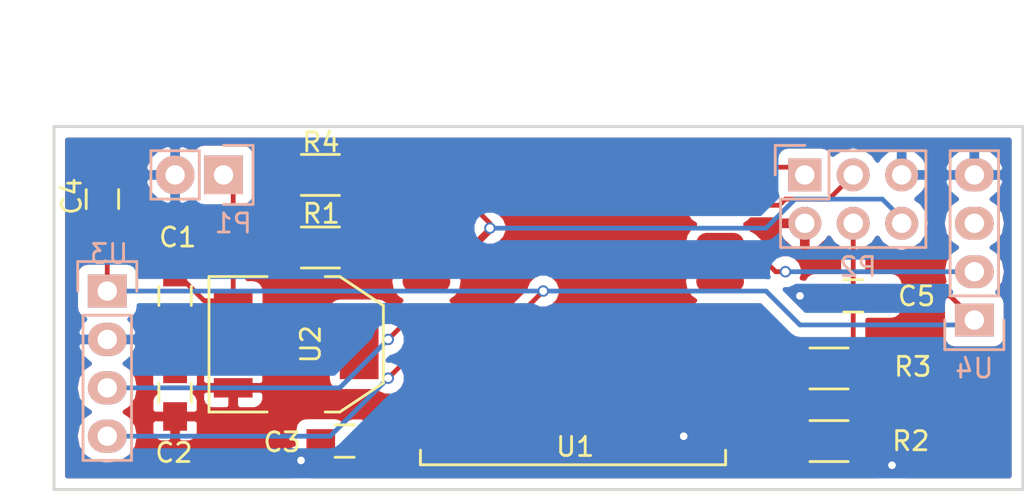
<source format=kicad_pcb>
(kicad_pcb (version 4) (host pcbnew "(2015-09-17 BZR 6202)-product")

  (general
    (links 36)
    (no_connects 2)
    (area 125.289 65.548599 179.162143 92.175)
    (thickness 1.6)
    (drawings 4)
    (tracks 85)
    (zones 0)
    (modules 15)
    (nets 18)
  )

  (page A4)
  (layers
    (0 F.Cu mixed)
    (31 B.Cu mixed)
    (32 B.Adhes user)
    (33 F.Adhes user)
    (34 B.Paste user)
    (35 F.Paste user)
    (36 B.SilkS user)
    (37 F.SilkS user)
    (38 B.Mask user)
    (39 F.Mask user)
    (40 Dwgs.User user)
    (41 Cmts.User user)
    (42 Eco1.User user)
    (43 Eco2.User user)
    (44 Edge.Cuts user)
    (45 Margin user)
    (46 B.CrtYd user)
    (47 F.CrtYd user)
    (48 B.Fab user)
    (49 F.Fab user)
  )

  (setup
    (last_trace_width 0.25)
    (trace_clearance 0.2)
    (zone_clearance 0.508)
    (zone_45_only no)
    (trace_min 0.2)
    (segment_width 0.2)
    (edge_width 0.15)
    (via_size 0.6)
    (via_drill 0.4)
    (via_min_size 0.4)
    (via_min_drill 0.3)
    (uvia_size 0.3)
    (uvia_drill 0.1)
    (uvias_allowed no)
    (uvia_min_size 0.2)
    (uvia_min_drill 0.1)
    (pcb_text_width 0.3)
    (pcb_text_size 1.5 1.5)
    (mod_edge_width 0.15)
    (mod_text_size 1 1)
    (mod_text_width 0.15)
    (pad_size 1.524 1.524)
    (pad_drill 0.762)
    (pad_to_mask_clearance 0.2)
    (aux_axis_origin 0 0)
    (visible_elements FFFEFF7F)
    (pcbplotparams
      (layerselection 0x010f0_80000001)
      (usegerberextensions true)
      (excludeedgelayer true)
      (linewidth 0.100000)
      (plotframeref false)
      (viasonmask false)
      (mode 1)
      (useauxorigin false)
      (hpglpennumber 1)
      (hpglpenspeed 20)
      (hpglpendiameter 15)
      (hpglpenoverlay 2)
      (psnegative false)
      (psa4output false)
      (plotreference true)
      (plotvalue false)
      (plotinvisibletext false)
      (padsonsilk false)
      (subtractmaskfromsilk false)
      (outputformat 1)
      (mirror false)
      (drillshape 0)
      (scaleselection 1)
      (outputdirectory ../../../Users/amiller/Documents/KiCad/sensor_gerber/))
  )

  (net 0 "")
  (net 1 +6V)
  (net 2 GND)
  (net 3 +3V3)
  (net 4 +3.3VP)
  (net 5 TXD)
  (net 6 RXD)
  (net 7 GPIO0)
  (net 8 GPIO16)
  (net 9 CH_PD)
  (net 10 GPIO15)
  (net 11 "Net-(U1-Pad2)")
  (net 12 GPIO14)
  (net 13 GPIO12)
  (net 14 "Net-(U1-Pad11)")
  (net 15 "Net-(U1-Pad13)")
  (net 16 GPIO4)
  (net 17 "Net-(U4-Pad3)")

  (net_class Default "This is the default net class."
    (clearance 0.2)
    (trace_width 0.25)
    (via_dia 0.6)
    (via_drill 0.4)
    (uvia_dia 0.3)
    (uvia_drill 0.1)
    (add_net +3.3VP)
    (add_net +3V3)
    (add_net +6V)
    (add_net CH_PD)
    (add_net GND)
    (add_net GPIO0)
    (add_net GPIO12)
    (add_net GPIO14)
    (add_net GPIO15)
    (add_net GPIO16)
    (add_net GPIO4)
    (add_net "Net-(U1-Pad11)")
    (add_net "Net-(U1-Pad13)")
    (add_net "Net-(U1-Pad2)")
    (add_net "Net-(U4-Pad3)")
    (add_net RXD)
    (add_net TXD)
  )

  (module Capacitors_SMD:C_0805_HandSoldering locked (layer F.Cu) (tedit 55FF242C) (tstamp 55FF1E18)
    (at 134.62 81.28 270)
    (descr "Capacitor SMD 0805, hand soldering")
    (tags "capacitor 0805")
    (path /55FE3A69)
    (attr smd)
    (fp_text reference C1 (at -3.0734 -0.13462 360) (layer F.SilkS)
      (effects (font (size 1 1) (thickness 0.15)))
    )
    (fp_text value 10uf (at 0 2.1 270) (layer F.Fab)
      (effects (font (size 1 1) (thickness 0.15)))
    )
    (fp_line (start -2.3 -1) (end 2.3 -1) (layer F.CrtYd) (width 0.05))
    (fp_line (start -2.3 1) (end 2.3 1) (layer F.CrtYd) (width 0.05))
    (fp_line (start -2.3 -1) (end -2.3 1) (layer F.CrtYd) (width 0.05))
    (fp_line (start 2.3 -1) (end 2.3 1) (layer F.CrtYd) (width 0.05))
    (fp_line (start 0.5 -0.85) (end -0.5 -0.85) (layer F.SilkS) (width 0.15))
    (fp_line (start -0.5 0.85) (end 0.5 0.85) (layer F.SilkS) (width 0.15))
    (pad 1 smd rect (at -1.25 0 270) (size 1.5 1.25) (layers F.Cu F.Paste F.Mask)
      (net 1 +6V))
    (pad 2 smd rect (at 1.25 0 270) (size 1.5 1.25) (layers F.Cu F.Paste F.Mask)
      (net 2 GND))
    (model Capacitors_SMD.3dshapes/C_0805_HandSoldering.wrl
      (at (xyz 0 0 0))
      (scale (xyz 1 1 1))
      (rotate (xyz 0 0 0))
    )
  )

  (module Capacitors_SMD:C_0805_HandSoldering locked (layer F.Cu) (tedit 55FF2433) (tstamp 55FF1E24)
    (at 134.62 86.36 90)
    (descr "Capacitor SMD 0805, hand soldering")
    (tags "capacitor 0805")
    (path /55FE3A0A)
    (attr smd)
    (fp_text reference C2 (at -3.15722 -0.0635 180) (layer F.SilkS)
      (effects (font (size 1 1) (thickness 0.15)))
    )
    (fp_text value 10uf (at 0 2.1 90) (layer F.Fab)
      (effects (font (size 1 1) (thickness 0.15)))
    )
    (fp_line (start -2.3 -1) (end 2.3 -1) (layer F.CrtYd) (width 0.05))
    (fp_line (start -2.3 1) (end 2.3 1) (layer F.CrtYd) (width 0.05))
    (fp_line (start -2.3 -1) (end -2.3 1) (layer F.CrtYd) (width 0.05))
    (fp_line (start 2.3 -1) (end 2.3 1) (layer F.CrtYd) (width 0.05))
    (fp_line (start 0.5 -0.85) (end -0.5 -0.85) (layer F.SilkS) (width 0.15))
    (fp_line (start -0.5 0.85) (end 0.5 0.85) (layer F.SilkS) (width 0.15))
    (pad 1 smd rect (at -1.25 0 90) (size 1.5 1.25) (layers F.Cu F.Paste F.Mask)
      (net 3 +3V3))
    (pad 2 smd rect (at 1.25 0 90) (size 1.5 1.25) (layers F.Cu F.Paste F.Mask)
      (net 2 GND))
    (model Capacitors_SMD.3dshapes/C_0805_HandSoldering.wrl
      (at (xyz 0 0 0))
      (scale (xyz 1 1 1))
      (rotate (xyz 0 0 0))
    )
  )

  (module Capacitors_SMD:C_0805_HandSoldering locked (layer F.Cu) (tedit 55FF2456) (tstamp 55FF1E30)
    (at 143.51 88.9 180)
    (descr "Capacitor SMD 0805, hand soldering")
    (tags "capacitor 0805")
    (path /55FE3B7D)
    (attr smd)
    (fp_text reference C3 (at 3.27914 -0.05842 180) (layer F.SilkS)
      (effects (font (size 1 1) (thickness 0.15)))
    )
    (fp_text value 100nf (at 0 2.1 180) (layer F.Fab)
      (effects (font (size 1 1) (thickness 0.15)))
    )
    (fp_line (start -2.3 -1) (end 2.3 -1) (layer F.CrtYd) (width 0.05))
    (fp_line (start -2.3 1) (end 2.3 1) (layer F.CrtYd) (width 0.05))
    (fp_line (start -2.3 -1) (end -2.3 1) (layer F.CrtYd) (width 0.05))
    (fp_line (start 2.3 -1) (end 2.3 1) (layer F.CrtYd) (width 0.05))
    (fp_line (start 0.5 -0.85) (end -0.5 -0.85) (layer F.SilkS) (width 0.15))
    (fp_line (start -0.5 0.85) (end 0.5 0.85) (layer F.SilkS) (width 0.15))
    (pad 1 smd rect (at -1.25 0 180) (size 1.5 1.25) (layers F.Cu F.Paste F.Mask)
      (net 3 +3V3))
    (pad 2 smd rect (at 1.25 0 180) (size 1.5 1.25) (layers F.Cu F.Paste F.Mask)
      (net 2 GND))
    (model Capacitors_SMD.3dshapes/C_0805_HandSoldering.wrl
      (at (xyz 0 0 0))
      (scale (xyz 1 1 1))
      (rotate (xyz 0 0 0))
    )
  )

  (module Capacitors_SMD:C_0805_HandSoldering locked (layer F.Cu) (tedit 55FF2440) (tstamp 55FF1E3C)
    (at 130.81 76.2 270)
    (descr "Capacitor SMD 0805, hand soldering")
    (tags "capacitor 0805")
    (path /55FE50AD)
    (attr smd)
    (fp_text reference C4 (at -0.14986 1.61036 270) (layer F.SilkS)
      (effects (font (size 1 1) (thickness 0.15)))
    )
    (fp_text value 100nf (at 0 2.1 270) (layer F.Fab)
      (effects (font (size 1 1) (thickness 0.15)))
    )
    (fp_line (start -2.3 -1) (end 2.3 -1) (layer F.CrtYd) (width 0.05))
    (fp_line (start -2.3 1) (end 2.3 1) (layer F.CrtYd) (width 0.05))
    (fp_line (start -2.3 -1) (end -2.3 1) (layer F.CrtYd) (width 0.05))
    (fp_line (start 2.3 -1) (end 2.3 1) (layer F.CrtYd) (width 0.05))
    (fp_line (start 0.5 -0.85) (end -0.5 -0.85) (layer F.SilkS) (width 0.15))
    (fp_line (start -0.5 0.85) (end 0.5 0.85) (layer F.SilkS) (width 0.15))
    (pad 1 smd rect (at -1.25 0 270) (size 1.5 1.25) (layers F.Cu F.Paste F.Mask)
      (net 2 GND))
    (pad 2 smd rect (at 1.25 0 270) (size 1.5 1.25) (layers F.Cu F.Paste F.Mask)
      (net 4 +3.3VP))
    (model Capacitors_SMD.3dshapes/C_0805_HandSoldering.wrl
      (at (xyz 0 0 0))
      (scale (xyz 1 1 1))
      (rotate (xyz 0 0 0))
    )
  )

  (module Capacitors_SMD:C_0805_HandSoldering locked (layer F.Cu) (tedit 55FF29B9) (tstamp 55FF1E48)
    (at 170.18 81.28)
    (descr "Capacitor SMD 0805, hand soldering")
    (tags "capacitor 0805")
    (path /55FE54B3)
    (attr smd)
    (fp_text reference C5 (at 3.32 0.02) (layer F.SilkS)
      (effects (font (size 1 1) (thickness 0.15)))
    )
    (fp_text value 100nf (at 0 2.1) (layer F.Fab)
      (effects (font (size 1 1) (thickness 0.15)))
    )
    (fp_line (start -2.3 -1) (end 2.3 -1) (layer F.CrtYd) (width 0.05))
    (fp_line (start -2.3 1) (end 2.3 1) (layer F.CrtYd) (width 0.05))
    (fp_line (start -2.3 -1) (end -2.3 1) (layer F.CrtYd) (width 0.05))
    (fp_line (start 2.3 -1) (end 2.3 1) (layer F.CrtYd) (width 0.05))
    (fp_line (start 0.5 -0.85) (end -0.5 -0.85) (layer F.SilkS) (width 0.15))
    (fp_line (start -0.5 0.85) (end 0.5 0.85) (layer F.SilkS) (width 0.15))
    (pad 1 smd rect (at -1.25 0) (size 1.5 1.25) (layers F.Cu F.Paste F.Mask)
      (net 2 GND))
    (pad 2 smd rect (at 1.25 0) (size 1.5 1.25) (layers F.Cu F.Paste F.Mask)
      (net 4 +3.3VP))
    (model Capacitors_SMD.3dshapes/C_0805_HandSoldering.wrl
      (at (xyz 0 0 0))
      (scale (xyz 1 1 1))
      (rotate (xyz 0 0 0))
    )
  )

  (module Pin_Headers:Pin_Header_Straight_1x02 (layer B.Cu) (tedit 55FF3474) (tstamp 55FF1E59)
    (at 137.16 74.93 90)
    (descr "Through hole pin header")
    (tags "pin header")
    (path /55FE3681)
    (fp_text reference P1 (at -2.54 0.508 360) (layer B.SilkS)
      (effects (font (size 1 1) (thickness 0.15)) (justify mirror))
    )
    (fp_text value PWR (at 0 3.1 90) (layer B.Fab)
      (effects (font (size 1 1) (thickness 0.15)) (justify mirror))
    )
    (fp_line (start 1.27 -1.27) (end 1.27 -3.81) (layer B.SilkS) (width 0.15))
    (fp_line (start 1.55 1.55) (end 1.55 0) (layer B.SilkS) (width 0.15))
    (fp_line (start -1.75 1.75) (end -1.75 -4.3) (layer B.CrtYd) (width 0.05))
    (fp_line (start 1.75 1.75) (end 1.75 -4.3) (layer B.CrtYd) (width 0.05))
    (fp_line (start -1.75 1.75) (end 1.75 1.75) (layer B.CrtYd) (width 0.05))
    (fp_line (start -1.75 -4.3) (end 1.75 -4.3) (layer B.CrtYd) (width 0.05))
    (fp_line (start 1.27 -1.27) (end -1.27 -1.27) (layer B.SilkS) (width 0.15))
    (fp_line (start -1.55 0) (end -1.55 1.55) (layer B.SilkS) (width 0.15))
    (fp_line (start -1.55 1.55) (end 1.55 1.55) (layer B.SilkS) (width 0.15))
    (fp_line (start -1.27 -1.27) (end -1.27 -3.81) (layer B.SilkS) (width 0.15))
    (fp_line (start -1.27 -3.81) (end 1.27 -3.81) (layer B.SilkS) (width 0.15))
    (pad 1 thru_hole rect (at 0 0 90) (size 2.032 2.032) (drill 1.016) (layers *.Cu *.Mask B.SilkS)
      (net 1 +6V))
    (pad 2 thru_hole oval (at 0 -2.54 90) (size 2.032 2.032) (drill 1.016) (layers *.Cu *.Mask B.SilkS)
      (net 2 GND))
    (model Pin_Headers.3dshapes/Pin_Header_Straight_1x02.wrl
      (at (xyz 0 -0.05 0))
      (scale (xyz 1 1 1))
      (rotate (xyz 0 0 90))
    )
  )

  (module Pin_Headers:Pin_Header_Straight_2x03 (layer B.Cu) (tedit 55FF34B0) (tstamp 55FF1E70)
    (at 167.64 74.93 270)
    (descr "Through hole pin header")
    (tags "pin header")
    (path /55FF1B5B)
    (fp_text reference P2 (at 4.826 -2.794 540) (layer B.SilkS)
      (effects (font (size 1 1) (thickness 0.15)) (justify mirror))
    )
    (fp_text value PROG (at 0 3.1 270) (layer B.Fab)
      (effects (font (size 1 1) (thickness 0.15)) (justify mirror))
    )
    (fp_line (start -1.27 -1.27) (end -1.27 -6.35) (layer B.SilkS) (width 0.15))
    (fp_line (start -1.55 1.55) (end 0 1.55) (layer B.SilkS) (width 0.15))
    (fp_line (start -1.75 1.75) (end -1.75 -6.85) (layer B.CrtYd) (width 0.05))
    (fp_line (start 4.3 1.75) (end 4.3 -6.85) (layer B.CrtYd) (width 0.05))
    (fp_line (start -1.75 1.75) (end 4.3 1.75) (layer B.CrtYd) (width 0.05))
    (fp_line (start -1.75 -6.85) (end 4.3 -6.85) (layer B.CrtYd) (width 0.05))
    (fp_line (start 1.27 1.27) (end 1.27 -1.27) (layer B.SilkS) (width 0.15))
    (fp_line (start 1.27 -1.27) (end -1.27 -1.27) (layer B.SilkS) (width 0.15))
    (fp_line (start -1.27 -6.35) (end 3.81 -6.35) (layer B.SilkS) (width 0.15))
    (fp_line (start 3.81 -6.35) (end 3.81 -1.27) (layer B.SilkS) (width 0.15))
    (fp_line (start -1.55 1.55) (end -1.55 0) (layer B.SilkS) (width 0.15))
    (fp_line (start 3.81 1.27) (end 1.27 1.27) (layer B.SilkS) (width 0.15))
    (fp_line (start 3.81 -1.27) (end 3.81 1.27) (layer B.SilkS) (width 0.15))
    (pad 1 thru_hole rect (at 0 0 270) (size 1.7272 1.7272) (drill 1.016) (layers *.Cu *.Mask B.SilkS)
      (net 5 TXD))
    (pad 2 thru_hole oval (at 2.54 0 270) (size 1.7272 1.7272) (drill 1.016) (layers *.Cu *.Mask B.SilkS)
      (net 3 +3V3))
    (pad 3 thru_hole oval (at 0 -2.54 270) (size 1.7272 1.7272) (drill 1.016) (layers *.Cu *.Mask B.SilkS)
      (net 6 RXD))
    (pad 4 thru_hole oval (at 2.54 -2.54 270) (size 1.7272 1.7272) (drill 1.016) (layers *.Cu *.Mask B.SilkS)
      (net 7 GPIO0))
    (pad 5 thru_hole oval (at 0 -5.08 270) (size 1.7272 1.7272) (drill 1.016) (layers *.Cu *.Mask B.SilkS)
      (net 2 GND))
    (pad 6 thru_hole oval (at 2.54 -5.08 270) (size 1.7272 1.7272) (drill 1.016) (layers *.Cu *.Mask B.SilkS)
      (net 8 GPIO16))
    (model Pin_Headers.3dshapes/Pin_Header_Straight_2x03.wrl
      (at (xyz 0.05 -0.1 0))
      (scale (xyz 1 1 1))
      (rotate (xyz 0 0 90))
    )
  )

  (module Resistors_SMD:R_1206_HandSoldering locked (layer F.Cu) (tedit 55FF2417) (tstamp 55FF1E7C)
    (at 142.24 78.74)
    (descr "Resistor SMD 1206, hand soldering")
    (tags "resistor 1206")
    (path /55FE5653)
    (attr smd)
    (fp_text reference R1 (at 0.04064 -1.778) (layer F.SilkS)
      (effects (font (size 1 1) (thickness 0.15)))
    )
    (fp_text value 10k (at 0 2.3) (layer F.Fab)
      (effects (font (size 1 1) (thickness 0.15)))
    )
    (fp_line (start -3.3 -1.2) (end 3.3 -1.2) (layer F.CrtYd) (width 0.05))
    (fp_line (start -3.3 1.2) (end 3.3 1.2) (layer F.CrtYd) (width 0.05))
    (fp_line (start -3.3 -1.2) (end -3.3 1.2) (layer F.CrtYd) (width 0.05))
    (fp_line (start 3.3 -1.2) (end 3.3 1.2) (layer F.CrtYd) (width 0.05))
    (fp_line (start 1 1.075) (end -1 1.075) (layer F.SilkS) (width 0.15))
    (fp_line (start -1 -1.075) (end 1 -1.075) (layer F.SilkS) (width 0.15))
    (pad 1 smd rect (at -2 0) (size 2 1.7) (layers F.Cu F.Paste F.Mask)
      (net 3 +3V3))
    (pad 2 smd rect (at 2 0) (size 2 1.7) (layers F.Cu F.Paste F.Mask)
      (net 9 CH_PD))
    (model Resistors_SMD.3dshapes/R_1206_HandSoldering.wrl
      (at (xyz 0 0 0))
      (scale (xyz 1 1 1))
      (rotate (xyz 0 0 0))
    )
  )

  (module Resistors_SMD:R_1206_HandSoldering locked (layer F.Cu) (tedit 55FF29C3) (tstamp 55FF1E88)
    (at 168.91 88.9)
    (descr "Resistor SMD 1206, hand soldering")
    (tags "resistor 1206")
    (path /55FE59B4)
    (attr smd)
    (fp_text reference R2 (at 4.29 0) (layer F.SilkS)
      (effects (font (size 1 1) (thickness 0.15)))
    )
    (fp_text value 10k (at 0 2.3) (layer F.Fab)
      (effects (font (size 1 1) (thickness 0.15)))
    )
    (fp_line (start -3.3 -1.2) (end 3.3 -1.2) (layer F.CrtYd) (width 0.05))
    (fp_line (start -3.3 1.2) (end 3.3 1.2) (layer F.CrtYd) (width 0.05))
    (fp_line (start -3.3 -1.2) (end -3.3 1.2) (layer F.CrtYd) (width 0.05))
    (fp_line (start 3.3 -1.2) (end 3.3 1.2) (layer F.CrtYd) (width 0.05))
    (fp_line (start 1 1.075) (end -1 1.075) (layer F.SilkS) (width 0.15))
    (fp_line (start -1 -1.075) (end 1 -1.075) (layer F.SilkS) (width 0.15))
    (pad 1 smd rect (at -2 0) (size 2 1.7) (layers F.Cu F.Paste F.Mask)
      (net 10 GPIO15))
    (pad 2 smd rect (at 2 0) (size 2 1.7) (layers F.Cu F.Paste F.Mask)
      (net 2 GND))
    (model Resistors_SMD.3dshapes/R_1206_HandSoldering.wrl
      (at (xyz 0 0 0))
      (scale (xyz 1 1 1))
      (rotate (xyz 0 0 0))
    )
  )

  (module Resistors_SMD:R_1206_HandSoldering locked (layer F.Cu) (tedit 55FF29BE) (tstamp 55FF1E94)
    (at 168.91 85.09)
    (descr "Resistor SMD 1206, hand soldering")
    (tags "resistor 1206")
    (path /55FF22B8)
    (attr smd)
    (fp_text reference R3 (at 4.39 -0.09) (layer F.SilkS)
      (effects (font (size 1 1) (thickness 0.15)))
    )
    (fp_text value 10k (at 0 2.3) (layer F.Fab)
      (effects (font (size 1 1) (thickness 0.15)))
    )
    (fp_line (start -3.3 -1.2) (end 3.3 -1.2) (layer F.CrtYd) (width 0.05))
    (fp_line (start -3.3 1.2) (end 3.3 1.2) (layer F.CrtYd) (width 0.05))
    (fp_line (start -3.3 -1.2) (end -3.3 1.2) (layer F.CrtYd) (width 0.05))
    (fp_line (start 3.3 -1.2) (end 3.3 1.2) (layer F.CrtYd) (width 0.05))
    (fp_line (start 1 1.075) (end -1 1.075) (layer F.SilkS) (width 0.15))
    (fp_line (start -1 -1.075) (end 1 -1.075) (layer F.SilkS) (width 0.15))
    (pad 1 smd rect (at -2 0) (size 2 1.7) (layers F.Cu F.Paste F.Mask)
      (net 3 +3V3))
    (pad 2 smd rect (at 2 0) (size 2 1.7) (layers F.Cu F.Paste F.Mask)
      (net 7 GPIO0))
    (model Resistors_SMD.3dshapes/R_1206_HandSoldering.wrl
      (at (xyz 0 0 0))
      (scale (xyz 1 1 1))
      (rotate (xyz 0 0 0))
    )
  )

  (module Resistors_SMD:R_1206_HandSoldering locked (layer F.Cu) (tedit 55FF240A) (tstamp 55FF1EA0)
    (at 142.24 74.93)
    (descr "Resistor SMD 1206, hand soldering")
    (tags "resistor 1206")
    (path /55FF23C6)
    (attr smd)
    (fp_text reference R4 (at 0.0254 -1.71704) (layer F.SilkS)
      (effects (font (size 1 1) (thickness 0.15)))
    )
    (fp_text value 10k (at 0 2.3) (layer F.Fab)
      (effects (font (size 1 1) (thickness 0.15)))
    )
    (fp_line (start -3.3 -1.2) (end 3.3 -1.2) (layer F.CrtYd) (width 0.05))
    (fp_line (start -3.3 1.2) (end 3.3 1.2) (layer F.CrtYd) (width 0.05))
    (fp_line (start -3.3 -1.2) (end -3.3 1.2) (layer F.CrtYd) (width 0.05))
    (fp_line (start 3.3 -1.2) (end 3.3 1.2) (layer F.CrtYd) (width 0.05))
    (fp_line (start 1 1.075) (end -1 1.075) (layer F.SilkS) (width 0.15))
    (fp_line (start -1 -1.075) (end 1 -1.075) (layer F.SilkS) (width 0.15))
    (pad 1 smd rect (at -2 0) (size 2 1.7) (layers F.Cu F.Paste F.Mask)
      (net 3 +3V3))
    (pad 2 smd rect (at 2 0) (size 2 1.7) (layers F.Cu F.Paste F.Mask)
      (net 8 GPIO16))
    (model Resistors_SMD.3dshapes/R_1206_HandSoldering.wrl
      (at (xyz 0 0 0))
      (scale (xyz 1 1 1))
      (rotate (xyz 0 0 0))
    )
  )

  (module TO_SOT_Packages_SMD:SOT-223 locked (layer F.Cu) (tedit 0) (tstamp 55FF1ED0)
    (at 140.97 83.82 270)
    (descr "module CMS SOT223 4 pins")
    (tags "CMS SOT")
    (path /55FF1E2D)
    (attr smd)
    (fp_text reference U2 (at 0 -0.762 270) (layer F.SilkS)
      (effects (font (size 1 1) (thickness 0.15)))
    )
    (fp_text value TC1262 (at 0 0.762 270) (layer F.Fab)
      (effects (font (size 1 1) (thickness 0.15)))
    )
    (fp_line (start -3.556 1.524) (end -3.556 4.572) (layer F.SilkS) (width 0.15))
    (fp_line (start -3.556 4.572) (end 3.556 4.572) (layer F.SilkS) (width 0.15))
    (fp_line (start 3.556 4.572) (end 3.556 1.524) (layer F.SilkS) (width 0.15))
    (fp_line (start -3.556 -1.524) (end -3.556 -2.286) (layer F.SilkS) (width 0.15))
    (fp_line (start -3.556 -2.286) (end -2.032 -4.572) (layer F.SilkS) (width 0.15))
    (fp_line (start -2.032 -4.572) (end 2.032 -4.572) (layer F.SilkS) (width 0.15))
    (fp_line (start 2.032 -4.572) (end 3.556 -2.286) (layer F.SilkS) (width 0.15))
    (fp_line (start 3.556 -2.286) (end 3.556 -1.524) (layer F.SilkS) (width 0.15))
    (pad 4 smd rect (at 0 -3.302 270) (size 3.6576 2.032) (layers F.Cu F.Paste F.Mask))
    (pad 2 smd rect (at 0 3.302 270) (size 1.016 2.032) (layers F.Cu F.Paste F.Mask)
      (net 2 GND))
    (pad 3 smd rect (at 2.286 3.302 270) (size 1.016 2.032) (layers F.Cu F.Paste F.Mask)
      (net 3 +3V3))
    (pad 1 smd rect (at -2.286 3.302 270) (size 1.016 2.032) (layers F.Cu F.Paste F.Mask)
      (net 1 +6V))
    (model TO_SOT_Packages_SMD.3dshapes/SOT-223.wrl
      (at (xyz 0 0 0))
      (scale (xyz 0.4 0.4 0.4))
      (rotate (xyz 0 0 0))
    )
  )

  (module Pin_Headers:Pin_Header_Straight_1x04 (layer B.Cu) (tedit 55FF2451) (tstamp 55FF1EE3)
    (at 131.064 81.026 180)
    (descr "Through hole pin header")
    (tags "pin header")
    (path /55FE4C5C)
    (fp_text reference U3 (at -0.09144 1.95326 360) (layer B.SilkS)
      (effects (font (size 1 1) (thickness 0.15)) (justify mirror))
    )
    (fp_text value BMP180_board (at 0 3.1 180) (layer B.Fab)
      (effects (font (size 1 1) (thickness 0.15)) (justify mirror))
    )
    (fp_line (start -1.75 1.75) (end -1.75 -9.4) (layer B.CrtYd) (width 0.05))
    (fp_line (start 1.75 1.75) (end 1.75 -9.4) (layer B.CrtYd) (width 0.05))
    (fp_line (start -1.75 1.75) (end 1.75 1.75) (layer B.CrtYd) (width 0.05))
    (fp_line (start -1.75 -9.4) (end 1.75 -9.4) (layer B.CrtYd) (width 0.05))
    (fp_line (start -1.27 -1.27) (end -1.27 -8.89) (layer B.SilkS) (width 0.15))
    (fp_line (start 1.27 -1.27) (end 1.27 -8.89) (layer B.SilkS) (width 0.15))
    (fp_line (start 1.55 1.55) (end 1.55 0) (layer B.SilkS) (width 0.15))
    (fp_line (start -1.27 -8.89) (end 1.27 -8.89) (layer B.SilkS) (width 0.15))
    (fp_line (start 1.27 -1.27) (end -1.27 -1.27) (layer B.SilkS) (width 0.15))
    (fp_line (start -1.55 0) (end -1.55 1.55) (layer B.SilkS) (width 0.15))
    (fp_line (start -1.55 1.55) (end 1.55 1.55) (layer B.SilkS) (width 0.15))
    (pad 1 thru_hole rect (at 0 0 180) (size 2.032 1.7272) (drill 1.016) (layers *.Cu *.Mask B.SilkS)
      (net 4 +3.3VP))
    (pad 2 thru_hole oval (at 0 -2.54 180) (size 2.032 1.7272) (drill 1.016) (layers *.Cu *.Mask B.SilkS)
      (net 2 GND))
    (pad 3 thru_hole oval (at 0 -5.08 180) (size 2.032 1.7272) (drill 1.016) (layers *.Cu *.Mask B.SilkS)
      (net 12 GPIO14))
    (pad 4 thru_hole oval (at 0 -7.62 180) (size 2.032 1.7272) (drill 1.016) (layers *.Cu *.Mask B.SilkS)
      (net 13 GPIO12))
    (model Pin_Headers.3dshapes/Pin_Header_Straight_1x04.wrl
      (at (xyz 0 -0.15 0))
      (scale (xyz 1 1 1))
      (rotate (xyz 0 0 90))
    )
  )

  (module Pin_Headers:Pin_Header_Straight_1x04 (layer B.Cu) (tedit 55FF34EF) (tstamp 55FF1EF6)
    (at 176.53 82.55)
    (descr "Through hole pin header")
    (tags "pin header")
    (path /55FE53E5)
    (fp_text reference U4 (at 0 2.54) (layer B.SilkS)
      (effects (font (size 1 1) (thickness 0.15)) (justify mirror))
    )
    (fp_text value DHT22 (at 0 3.1) (layer B.Fab)
      (effects (font (size 1 1) (thickness 0.15)) (justify mirror))
    )
    (fp_line (start -1.75 1.75) (end -1.75 -9.4) (layer B.CrtYd) (width 0.05))
    (fp_line (start 1.75 1.75) (end 1.75 -9.4) (layer B.CrtYd) (width 0.05))
    (fp_line (start -1.75 1.75) (end 1.75 1.75) (layer B.CrtYd) (width 0.05))
    (fp_line (start -1.75 -9.4) (end 1.75 -9.4) (layer B.CrtYd) (width 0.05))
    (fp_line (start -1.27 -1.27) (end -1.27 -8.89) (layer B.SilkS) (width 0.15))
    (fp_line (start 1.27 -1.27) (end 1.27 -8.89) (layer B.SilkS) (width 0.15))
    (fp_line (start 1.55 1.55) (end 1.55 0) (layer B.SilkS) (width 0.15))
    (fp_line (start -1.27 -8.89) (end 1.27 -8.89) (layer B.SilkS) (width 0.15))
    (fp_line (start 1.27 -1.27) (end -1.27 -1.27) (layer B.SilkS) (width 0.15))
    (fp_line (start -1.55 0) (end -1.55 1.55) (layer B.SilkS) (width 0.15))
    (fp_line (start -1.55 1.55) (end 1.55 1.55) (layer B.SilkS) (width 0.15))
    (pad 1 thru_hole rect (at 0 0) (size 2.032 1.7272) (drill 1.016) (layers *.Cu *.Mask B.SilkS)
      (net 4 +3.3VP))
    (pad 2 thru_hole oval (at 0 -2.54) (size 2.032 1.7272) (drill 1.016) (layers *.Cu *.Mask B.SilkS)
      (net 16 GPIO4))
    (pad 3 thru_hole oval (at 0 -5.08) (size 2.032 1.7272) (drill 1.016) (layers *.Cu *.Mask B.SilkS)
      (net 17 "Net-(U4-Pad3)"))
    (pad 4 thru_hole oval (at 0 -7.62) (size 2.032 1.7272) (drill 1.016) (layers *.Cu *.Mask B.SilkS)
      (net 2 GND))
    (model Pin_Headers.3dshapes/Pin_Header_Straight_1x04.wrl
      (at (xyz 0 -0.15 0))
      (scale (xyz 1 1 1))
      (rotate (xyz 0 0 90))
    )
  )

  (module ESP8266:ESP-12 locked (layer F.Cu) (tedit 55FF3034) (tstamp 55FF1EC8)
    (at 148.5011 74.5236)
    (descr "Module, ESP-8266, ESP-12, 16 pad, SMD")
    (tags "Module ESP-8266 ESP8266")
    (path /55FE33C2)
    (fp_text reference U1 (at 7.0989 14.6764) (layer F.SilkS)
      (effects (font (size 1 1) (thickness 0.15)))
    )
    (fp_text value ESP-07v2 (at 6.992 1) (layer F.Fab)
      (effects (font (size 1 1) (thickness 0.15)))
    )
    (fp_line (start -2.25 -0.5) (end -2.25 -8.75) (layer F.CrtYd) (width 0.05))
    (fp_line (start -2.25 -8.75) (end 15.25 -8.75) (layer F.CrtYd) (width 0.05))
    (fp_line (start 15.25 -8.75) (end 16.25 -8.75) (layer F.CrtYd) (width 0.05))
    (fp_line (start 16.25 -8.75) (end 16.25 16) (layer F.CrtYd) (width 0.05))
    (fp_line (start 16.25 16) (end -2.25 16) (layer F.CrtYd) (width 0.05))
    (fp_line (start -2.25 16) (end -2.25 -0.5) (layer F.CrtYd) (width 0.05))
    (fp_line (start -1.016 -8.382) (end 14.986 -8.382) (layer F.CrtYd) (width 0.1524))
    (fp_line (start 14.986 -8.382) (end 14.986 -0.889) (layer F.CrtYd) (width 0.1524))
    (fp_line (start -1.016 -8.382) (end -1.016 -1.016) (layer F.CrtYd) (width 0.1524))
    (fp_line (start -1.016 14.859) (end -1.016 15.621) (layer F.SilkS) (width 0.1524))
    (fp_line (start -1.016 15.621) (end 14.986 15.621) (layer F.SilkS) (width 0.1524))
    (fp_line (start 14.986 15.621) (end 14.986 14.859) (layer F.SilkS) (width 0.1524))
    (fp_line (start 14.992 -8.4) (end -1.008 -2.6) (layer F.CrtYd) (width 0.1524))
    (fp_line (start -1.008 -8.4) (end 14.992 -2.6) (layer F.CrtYd) (width 0.1524))
    (fp_text user "No Copper" (at 6.892 -5.4) (layer F.CrtYd)
      (effects (font (size 1 1) (thickness 0.15)))
    )
    (fp_line (start -1.008 -2.6) (end 14.992 -2.6) (layer F.CrtYd) (width 0.1524))
    (fp_line (start 15 -8.4) (end 15 15.6) (layer F.Fab) (width 0.05))
    (fp_line (start 14.992 15.6) (end -1.008 15.6) (layer F.Fab) (width 0.05))
    (fp_line (start -1.008 15.6) (end -1.008 -8.4) (layer F.Fab) (width 0.05))
    (fp_line (start -1.008 -8.4) (end 14.992 -8.4) (layer F.Fab) (width 0.05))
    (pad 1 smd rect (at 0 0) (size 2.5 1.1) (drill (offset -0.7 0)) (layers F.Cu F.Paste F.Mask)
      (net 8 GPIO16))
    (pad 2 smd oval (at 0 2) (size 2.5 1.1) (drill (offset -0.7 0)) (layers F.Cu F.Paste F.Mask)
      (net 11 "Net-(U1-Pad2)"))
    (pad 3 smd oval (at 0 4) (size 2.5 1.1) (drill (offset -0.7 0)) (layers F.Cu F.Paste F.Mask)
      (net 9 CH_PD))
    (pad 4 smd oval (at 0 6) (size 2.5 1.1) (drill (offset -0.7 0)) (layers F.Cu F.Paste F.Mask)
      (net 8 GPIO16))
    (pad 5 smd oval (at 0 8) (size 2.5 1.1) (drill (offset -0.7 0)) (layers F.Cu F.Paste F.Mask)
      (net 12 GPIO14))
    (pad 6 smd oval (at 0 10) (size 2.5 1.1) (drill (offset -0.7 0)) (layers F.Cu F.Paste F.Mask)
      (net 13 GPIO12))
    (pad 7 smd oval (at 0 12) (size 2.5 1.1) (drill (offset -0.7 0)) (layers F.Cu F.Paste F.Mask)
      (net 4 +3.3VP))
    (pad 8 smd oval (at 0 14) (size 2.5 1.1) (drill (offset -0.7 0)) (layers F.Cu F.Paste F.Mask)
      (net 3 +3V3))
    (pad 9 smd oval (at 14 14) (size 2.5 1.1) (drill (offset 0.7 0)) (layers F.Cu F.Paste F.Mask)
      (net 2 GND))
    (pad 10 smd oval (at 14 12) (size 2.5 1.1) (drill (offset 0.6 0)) (layers F.Cu F.Paste F.Mask)
      (net 10 GPIO15))
    (pad 11 smd oval (at 14 10) (size 2.5 1.1) (drill (offset 0.7 0)) (layers F.Cu F.Paste F.Mask)
      (net 14 "Net-(U1-Pad11)"))
    (pad 12 smd oval (at 14 8) (size 2.5 1.1) (drill (offset 0.7 0)) (layers F.Cu F.Paste F.Mask)
      (net 7 GPIO0))
    (pad 13 smd oval (at 14 6) (size 2.5 1.1) (drill (offset 0.7 0)) (layers F.Cu F.Paste F.Mask)
      (net 15 "Net-(U1-Pad13)"))
    (pad 14 smd oval (at 14 4) (size 2.5 1.1) (drill (offset 0.7 0)) (layers F.Cu F.Paste F.Mask)
      (net 16 GPIO4))
    (pad 15 smd oval (at 14 2) (size 2.5 1.1) (drill (offset 0.7 0)) (layers F.Cu F.Paste F.Mask)
      (net 6 RXD))
    (pad 16 smd oval (at 14 0) (size 2.5 1.1) (drill (offset 0.7 0)) (layers F.Cu F.Paste F.Mask)
      (net 5 TXD))
    (model ${ESPLIB}/ESP8266.3dshapes/ESP-12.wrl
      (at (xyz 0 0 0))
      (scale (xyz 0.3937 0.3937 0.3937))
      (rotate (xyz 0 0 0))
    )
  )

  (gr_line (start 179.07 72.39) (end 128.27 72.39) (angle 90) (layer Edge.Cuts) (width 0.15))
  (gr_line (start 179.07 91.44) (end 179.07 72.39) (angle 90) (layer Edge.Cuts) (width 0.15))
  (gr_line (start 128.27 91.44) (end 179.07 91.44) (angle 90) (layer Edge.Cuts) (width 0.15))
  (gr_line (start 128.27 72.39) (end 128.27 91.44) (angle 90) (layer Edge.Cuts) (width 0.15))

  (segment (start 137.668 81.534) (end 136.144 81.534) (width 0.25) (layer F.Cu) (net 1) (status 80010))
  (segment (start 136.144 81.534) (end 134.62 80.01) (width 0.25) (layer F.Cu) (net 1) (status 80020))
  (segment (start 134.62 80.01) (end 134.62 80.03) (width 0.25) (layer F.Cu) (net 1) (tstamp 55FF3A7D) (status 80030))
  (segment (start 137.16 74.93) (end 137.668 75.438) (width 0.25) (layer F.Cu) (net 1) (status 80030))
  (segment (start 137.668 75.438) (end 137.668 81.534) (width 0.25) (layer F.Cu) (net 1) (status 80030))
  (segment (start 170.91 88.9) (end 170.942 88.9) (width 0.25) (layer F.Cu) (net 2) (status 30))
  (segment (start 170.942 88.9) (end 172.212 90.17) (width 0.25) (layer F.Cu) (net 2) (tstamp 55FF407F) (status 10))
  (via (at 172.212 90.17) (size 0.6) (drill 0.4) (layers F.Cu B.Cu) (net 2))
  (segment (start 168.93 81.28) (end 167.386 81.28) (width 0.25) (layer F.Cu) (net 2) (status 10))
  (via (at 167.386 81.28) (size 0.6) (drill 0.4) (layers F.Cu B.Cu) (net 2))
  (segment (start 162.5011 88.5236) (end 161.4124 88.5236) (width 0.25) (layer F.Cu) (net 2) (status 10))
  (via (at 161.29 88.646) (size 0.6) (drill 0.4) (layers F.Cu B.Cu) (net 2))
  (segment (start 161.4124 88.5236) (end 161.29 88.646) (width 0.25) (layer F.Cu) (net 2) (tstamp 55FF3FAD))
  (segment (start 142.26 88.9) (end 142.24 88.9) (width 0.25) (layer F.Cu) (net 2) (status 30))
  (segment (start 142.24 88.9) (end 141.224 89.916) (width 0.25) (layer F.Cu) (net 2) (tstamp 55FF3F1E) (status 10))
  (via (at 141.224 89.916) (size 0.6) (drill 0.4) (layers F.Cu B.Cu) (net 2))
  (segment (start 134.62 74.93) (end 130.81 74.93) (width 0.25) (layer F.Cu) (net 2) (status 80030))
  (segment (start 130.81 74.93) (end 130.81 74.95) (width 0.25) (layer F.Cu) (net 2) (tstamp 55FF3B7F) (status 80030))
  (segment (start 134.62 82.53) (end 134.62 82.55) (width 0.25) (layer F.Cu) (net 2) (status 80030))
  (segment (start 134.62 82.55) (end 136.398 82.55) (width 0.25) (layer F.Cu) (net 2) (status 80010))
  (segment (start 136.398 82.55) (end 137.668 83.82) (width 0.25) (layer F.Cu) (net 2) (status 80020))
  (segment (start 134.62 82.53) (end 134.62 82.55) (width 0.25) (layer F.Cu) (net 2) (status 80030))
  (segment (start 131.064 83.566) (end 133.604 83.566) (width 0.25) (layer F.Cu) (net 2) (status 80010))
  (segment (start 133.604 83.566) (end 134.62 82.55) (width 0.25) (layer F.Cu) (net 2) (status 80020))
  (segment (start 134.62 82.55) (end 134.62 82.53) (width 0.25) (layer F.Cu) (net 2) (tstamp 55FF3AFE) (status 80030))
  (segment (start 134.62 82.53) (end 134.62 85.11) (width 0.25) (layer F.Cu) (net 2) (status 80030))
  (segment (start 171.43 81.28) (end 175.26 81.28) (width 0.25) (layer F.Cu) (net 4) (status 10))
  (segment (start 175.26 81.28) (end 176.53 82.55) (width 0.25) (layer F.Cu) (net 4) (tstamp 55FF400F) (status 20))
  (segment (start 153.924 81.026) (end 165.608 81.026) (width 0.25) (layer B.Cu) (net 4))
  (segment (start 167.386 82.804) (end 176.276 82.804) (width 0.25) (layer B.Cu) (net 4) (tstamp 55FF400B) (status 20))
  (segment (start 165.608 81.026) (end 167.386 82.804) (width 0.25) (layer B.Cu) (net 4) (tstamp 55FF400A))
  (segment (start 176.276 82.804) (end 176.53 82.55) (width 0.25) (layer B.Cu) (net 4) (tstamp 55FF400C) (status 30))
  (segment (start 131.064 81.026) (end 131.064 77.704) (width 0.25) (layer F.Cu) (net 4) (status 30))
  (segment (start 131.064 77.704) (end 130.81 77.45) (width 0.25) (layer F.Cu) (net 4) (tstamp 55FF3FFA) (status 30))
  (segment (start 148.5011 86.5236) (end 148.5011 86.4489) (width 0.25) (layer F.Cu) (net 4) (status 30))
  (segment (start 148.5011 86.4489) (end 153.924 81.026) (width 0.25) (layer F.Cu) (net 4) (tstamp 55FF3FF4) (status 10))
  (via (at 153.924 81.026) (size 0.6) (drill 0.4) (layers F.Cu B.Cu) (net 4))
  (segment (start 153.924 81.026) (end 131.064 81.026) (width 0.25) (layer B.Cu) (net 4) (tstamp 55FF3FF7) (status 20))
  (segment (start 162.5011 74.5236) (end 167.2336 74.5236) (width 0.25) (layer F.Cu) (net 5) (status 30))
  (segment (start 167.2336 74.5236) (end 167.64 74.93) (width 0.25) (layer F.Cu) (net 5) (tstamp 55FF401E) (status 30))
  (segment (start 162.5011 76.5236) (end 166.3004 76.5236) (width 0.25) (layer F.Cu) (net 6) (status 10))
  (segment (start 168.91 76.2) (end 170.18 74.93) (width 0.25) (layer F.Cu) (net 6) (tstamp 55FF4023) (status 20))
  (segment (start 166.624 76.2) (end 168.91 76.2) (width 0.25) (layer F.Cu) (net 6) (tstamp 55FF4022))
  (segment (start 166.3004 76.5236) (end 166.624 76.2) (width 0.25) (layer F.Cu) (net 6) (tstamp 55FF4021))
  (segment (start 162.5011 82.5236) (end 164.3116 82.5236) (width 0.25) (layer F.Cu) (net 7) (status 30))
  (segment (start 164.3116 82.5236) (end 165.608 83.82) (width 0.25) (layer F.Cu) (net 7) (tstamp 55FF3FE2))
  (segment (start 165.608 83.82) (end 170.18 83.82) (width 0.25) (layer F.Cu) (net 7) (tstamp 55FF3FE4))
  (segment (start 170.18 83.82) (end 170.91 84.55) (width 0.25) (layer F.Cu) (net 7) (tstamp 55FF3FE6) (status 20))
  (segment (start 170.18 83.82) (end 170.18 77.47) (width 0.25) (layer F.Cu) (net 7) (tstamp 55FF3FE8) (status 20))
  (segment (start 148.5011 74.5236) (end 148.5011 74.8411) (width 0.25) (layer F.Cu) (net 8) (status 30))
  (segment (start 148.5011 74.8411) (end 151.13 77.47) (width 0.25) (layer F.Cu) (net 8) (tstamp 55FF3FD1) (status 10))
  (segment (start 151.13 77.8947) (end 148.5011 80.5236) (width 0.25) (layer F.Cu) (net 8) (tstamp 55FF3FD3) (status 20))
  (segment (start 151.13 77.47) (end 151.13 77.8947) (width 0.25) (layer F.Cu) (net 8) (tstamp 55FF3FD2))
  (segment (start 148.5011 80.5236) (end 148.5011 80.3529) (width 0.25) (layer F.Cu) (net 8) (tstamp 55FF3FD4) (status 30))
  (segment (start 148.5011 80.3529) (end 151.13 77.724) (width 0.25) (layer F.Cu) (net 8) (tstamp 55FF3FD5) (status 10))
  (via (at 151.13 77.724) (size 0.6) (drill 0.4) (layers F.Cu B.Cu) (net 8))
  (segment (start 151.13 77.724) (end 165.608 77.724) (width 0.25) (layer B.Cu) (net 8) (tstamp 55FF3FD7))
  (segment (start 165.608 77.724) (end 167.132 76.2) (width 0.25) (layer B.Cu) (net 8) (tstamp 55FF3FD8))
  (segment (start 167.132 76.2) (end 171.704 76.2) (width 0.25) (layer B.Cu) (net 8) (tstamp 55FF3FD9))
  (segment (start 171.704 76.2) (end 172.72 77.216) (width 0.25) (layer B.Cu) (net 8) (tstamp 55FF3FDA) (status 20))
  (segment (start 172.72 77.216) (end 172.72 77.47) (width 0.25) (layer B.Cu) (net 8) (tstamp 55FF3FDB) (status 30))
  (segment (start 148.5011 74.5236) (end 148.59 74.422) (width 0.25) (layer F.Cu) (net 8) (status 80030))
  (segment (start 148.59 74.422) (end 148.082 74.93) (width 0.25) (layer F.Cu) (net 8) (status 80030))
  (segment (start 148.082 74.93) (end 144.24 74.93) (width 0.25) (layer F.Cu) (net 8) (status 80030))
  (segment (start 148.5011 78.5236) (end 148.59 78.486) (width 0.25) (layer F.Cu) (net 9) (status 80030))
  (segment (start 148.59 78.486) (end 148.336 78.74) (width 0.25) (layer F.Cu) (net 9) (status 80030))
  (segment (start 148.336 78.74) (end 144.24 78.74) (width 0.25) (layer F.Cu) (net 9) (status 80030))
  (segment (start 162.5011 86.5236) (end 164.5336 86.5236) (width 0.25) (layer F.Cu) (net 10) (status 10))
  (segment (start 164.5336 86.5236) (end 166.91 88.9) (width 0.25) (layer F.Cu) (net 10) (tstamp 55FF3FDE) (status 20))
  (segment (start 148.5011 82.5236) (end 146.8384 82.5236) (width 0.25) (layer F.Cu) (net 12) (status 30))
  (segment (start 146.8384 82.5236) (end 145.796 83.566) (width 0.25) (layer F.Cu) (net 12) (tstamp 55FF3FBD))
  (via (at 145.796 83.566) (size 0.6) (drill 0.4) (layers F.Cu B.Cu) (net 12))
  (segment (start 145.796 83.566) (end 143.256 86.106) (width 0.25) (layer B.Cu) (net 12) (tstamp 55FF3FC1))
  (segment (start 143.256 86.106) (end 131.064 86.106) (width 0.25) (layer B.Cu) (net 12) (tstamp 55FF3FC2) (status 20))
  (segment (start 148.5011 84.5236) (end 146.8704 84.5236) (width 0.25) (layer F.Cu) (net 13) (status 30))
  (segment (start 146.8704 84.5236) (end 145.796 85.598) (width 0.25) (layer F.Cu) (net 13) (tstamp 55FF3FC8))
  (segment (start 142.748 88.646) (end 131.064 88.646) (width 0.25) (layer B.Cu) (net 13) (tstamp 55FF3FCD) (status 20))
  (segment (start 145.796 85.598) (end 142.748 88.646) (width 0.25) (layer B.Cu) (net 13) (tstamp 55FF3FCC))
  (via (at 145.796 85.598) (size 0.6) (drill 0.4) (layers F.Cu B.Cu) (net 13))
  (segment (start 148.5011 84.5236) (end 147.6324 84.5236) (width 0.25) (layer F.Cu) (net 13) (status 30))
  (segment (start 162.5011 78.5236) (end 164.6296 78.5236) (width 0.25) (layer F.Cu) (net 16) (status 10))
  (segment (start 166.624 80.01) (end 176.53 80.01) (width 0.25) (layer B.Cu) (net 16) (tstamp 55FF401B) (status 20))
  (via (at 166.624 80.01) (size 0.6) (drill 0.4) (layers F.Cu B.Cu) (net 16))
  (segment (start 166.116 80.01) (end 166.624 80.01) (width 0.25) (layer F.Cu) (net 16) (tstamp 55FF4019))
  (segment (start 164.6296 78.5236) (end 166.116 80.01) (width 0.25) (layer F.Cu) (net 16) (tstamp 55FF4018))

  (zone (net 3) (net_name +3V3) (layer F.Cu) (tstamp 55FF21B6) (hatch edge 0.508)
    (connect_pads (clearance 0.508))
    (min_thickness 0.254)
    (fill yes (arc_segments 16) (thermal_gap 0.508) (thermal_bridge_width 0.508) (smoothing chamfer))
    (polygon
      (pts
        (xy 179.07 91.44) (xy 128.27 91.44) (xy 128.27 72.39) (xy 179.07 72.39) (xy 179.07 91.44)
      )
    )
    (filled_polygon
      (pts
        (xy 178.36 90.73) (xy 172.974467 90.73) (xy 173.004192 90.700327) (xy 173.146838 90.356799) (xy 173.147162 89.984833)
        (xy 173.005117 89.641057) (xy 172.742327 89.377808) (xy 172.55744 89.301036) (xy 172.55744 88.05) (xy 172.513162 87.814683)
        (xy 172.37409 87.598559) (xy 172.16189 87.453569) (xy 171.91 87.40256) (xy 169.91 87.40256) (xy 169.674683 87.446838)
        (xy 169.458559 87.58591) (xy 169.313569 87.79811) (xy 169.26256 88.05) (xy 169.26256 89.75) (xy 169.306838 89.985317)
        (xy 169.44591 90.201441) (xy 169.65811 90.346431) (xy 169.91 90.39744) (xy 171.294305 90.39744) (xy 171.418883 90.698943)
        (xy 171.449886 90.73) (xy 141.702402 90.73) (xy 141.752943 90.709117) (xy 142.016192 90.446327) (xy 142.12992 90.17244)
        (xy 143.01 90.17244) (xy 143.245317 90.128162) (xy 143.461441 89.98909) (xy 143.507969 89.920994) (xy 143.650302 90.063327)
        (xy 143.883691 90.16) (xy 144.47425 90.16) (xy 144.633 90.00125) (xy 144.633 89.027) (xy 144.613 89.027)
        (xy 144.613 88.773) (xy 144.633 88.773) (xy 144.633 87.79875) (xy 144.47425 87.64) (xy 143.883691 87.64)
        (xy 143.650302 87.736673) (xy 143.509064 87.87791) (xy 143.47409 87.823559) (xy 143.26189 87.678569) (xy 143.01 87.62756)
        (xy 141.51 87.62756) (xy 141.274683 87.671838) (xy 141.058559 87.81091) (xy 140.913569 88.02311) (xy 140.86256 88.275)
        (xy 140.86256 89.053672) (xy 140.695057 89.122883) (xy 140.431808 89.385673) (xy 140.289162 89.729201) (xy 140.288838 90.101167)
        (xy 140.430883 90.444943) (xy 140.693673 90.708192) (xy 140.746192 90.73) (xy 128.98 90.73) (xy 128.98 83.566)
        (xy 129.380655 83.566) (xy 129.494729 84.139489) (xy 129.819585 84.62567) (xy 130.134366 84.836) (xy 129.819585 85.04633)
        (xy 129.494729 85.532511) (xy 129.380655 86.106) (xy 129.494729 86.679489) (xy 129.819585 87.16567) (xy 130.134366 87.376)
        (xy 129.819585 87.58633) (xy 129.494729 88.072511) (xy 129.380655 88.646) (xy 129.494729 89.219489) (xy 129.819585 89.70567)
        (xy 130.305766 90.030526) (xy 130.879255 90.1446) (xy 131.248745 90.1446) (xy 131.822234 90.030526) (xy 132.308415 89.70567)
        (xy 132.633271 89.219489) (xy 132.747345 88.646) (xy 132.633271 88.072511) (xy 132.515163 87.89575) (xy 133.36 87.89575)
        (xy 133.36 88.486309) (xy 133.456673 88.719698) (xy 133.635301 88.898327) (xy 133.86869 88.995) (xy 134.33425 88.995)
        (xy 134.493 88.83625) (xy 134.493 87.737) (xy 134.747 87.737) (xy 134.747 88.83625) (xy 134.90575 88.995)
        (xy 135.37131 88.995) (xy 135.604699 88.898327) (xy 135.783327 88.719698) (xy 135.88 88.486309) (xy 135.88 87.89575)
        (xy 135.72125 87.737) (xy 134.747 87.737) (xy 134.493 87.737) (xy 133.51875 87.737) (xy 133.36 87.89575)
        (xy 132.515163 87.89575) (xy 132.308415 87.58633) (xy 131.993634 87.376) (xy 132.308415 87.16567) (xy 132.633271 86.679489)
        (xy 132.747345 86.106) (xy 132.633271 85.532511) (xy 132.308415 85.04633) (xy 131.993634 84.836) (xy 132.308415 84.62567)
        (xy 132.508648 84.326) (xy 133.354445 84.326) (xy 133.34756 84.36) (xy 133.34756 85.86) (xy 133.391838 86.095317)
        (xy 133.53091 86.311441) (xy 133.599006 86.357969) (xy 133.456673 86.500302) (xy 133.36 86.733691) (xy 133.36 87.32425)
        (xy 133.51875 87.483) (xy 134.493 87.483) (xy 134.493 87.463) (xy 134.747 87.463) (xy 134.747 87.483)
        (xy 135.72125 87.483) (xy 135.88 87.32425) (xy 135.88 86.733691) (xy 135.783327 86.500302) (xy 135.674776 86.39175)
        (xy 136.017 86.39175) (xy 136.017 86.740309) (xy 136.113673 86.973698) (xy 136.292301 87.152327) (xy 136.52569 87.249)
        (xy 137.38225 87.249) (xy 137.541 87.09025) (xy 137.541 86.233) (xy 137.795 86.233) (xy 137.795 87.09025)
        (xy 137.95375 87.249) (xy 138.81031 87.249) (xy 139.043699 87.152327) (xy 139.222327 86.973698) (xy 139.319 86.740309)
        (xy 139.319 86.39175) (xy 139.16025 86.233) (xy 137.795 86.233) (xy 137.541 86.233) (xy 136.17575 86.233)
        (xy 136.017 86.39175) (xy 135.674776 86.39175) (xy 135.64209 86.359064) (xy 135.696441 86.32409) (xy 135.841431 86.11189)
        (xy 135.89244 85.86) (xy 135.89244 84.36) (xy 135.848162 84.124683) (xy 135.70909 83.908559) (xy 135.578992 83.819667)
        (xy 135.696441 83.74409) (xy 135.841431 83.53189) (xy 135.886365 83.31) (xy 136.004965 83.31) (xy 136.00456 83.312)
        (xy 136.00456 84.328) (xy 136.048838 84.563317) (xy 136.18791 84.779441) (xy 136.40011 84.924431) (xy 136.590569 84.963)
        (xy 136.52569 84.963) (xy 136.292301 85.059673) (xy 136.113673 85.238302) (xy 136.017 85.471691) (xy 136.017 85.82025)
        (xy 136.17575 85.979) (xy 137.541 85.979) (xy 137.541 85.959) (xy 137.795 85.959) (xy 137.795 85.979)
        (xy 139.16025 85.979) (xy 139.319 85.82025) (xy 139.319 85.471691) (xy 139.222327 85.238302) (xy 139.043699 85.059673)
        (xy 138.81031 84.963) (xy 138.750113 84.963) (xy 138.919317 84.931162) (xy 139.135441 84.79209) (xy 139.280431 84.57989)
        (xy 139.33144 84.328) (xy 139.33144 83.312) (xy 139.287162 83.076683) (xy 139.14809 82.860559) (xy 138.93589 82.715569)
        (xy 138.747686 82.677457) (xy 138.919317 82.645162) (xy 139.135441 82.50609) (xy 139.280431 82.29389) (xy 139.33144 82.042)
        (xy 139.33144 81.026) (xy 139.287162 80.790683) (xy 139.14809 80.574559) (xy 138.93589 80.429569) (xy 138.684 80.37856)
        (xy 138.428 80.37856) (xy 138.428 79.02575) (xy 138.605 79.02575) (xy 138.605 79.71631) (xy 138.701673 79.949699)
        (xy 138.880302 80.128327) (xy 139.113691 80.225) (xy 139.95425 80.225) (xy 140.113 80.06625) (xy 140.113 78.867)
        (xy 140.367 78.867) (xy 140.367 80.06625) (xy 140.52575 80.225) (xy 141.366309 80.225) (xy 141.599698 80.128327)
        (xy 141.778327 79.949699) (xy 141.875 79.71631) (xy 141.875 79.02575) (xy 141.71625 78.867) (xy 140.367 78.867)
        (xy 140.113 78.867) (xy 138.76375 78.867) (xy 138.605 79.02575) (xy 138.428 79.02575) (xy 138.428 77.76369)
        (xy 138.605 77.76369) (xy 138.605 78.45425) (xy 138.76375 78.613) (xy 140.113 78.613) (xy 140.113 77.41375)
        (xy 140.367 77.41375) (xy 140.367 78.613) (xy 141.71625 78.613) (xy 141.875 78.45425) (xy 141.875 77.76369)
        (xy 141.778327 77.530301) (xy 141.599698 77.351673) (xy 141.366309 77.255) (xy 140.52575 77.255) (xy 140.367 77.41375)
        (xy 140.113 77.41375) (xy 139.95425 77.255) (xy 139.113691 77.255) (xy 138.880302 77.351673) (xy 138.701673 77.530301)
        (xy 138.605 77.76369) (xy 138.428 77.76369) (xy 138.428 76.538427) (xy 138.627441 76.41009) (xy 138.76733 76.205356)
        (xy 138.880302 76.318327) (xy 139.113691 76.415) (xy 139.95425 76.415) (xy 140.113 76.25625) (xy 140.113 75.057)
        (xy 140.367 75.057) (xy 140.367 76.25625) (xy 140.52575 76.415) (xy 141.366309 76.415) (xy 141.599698 76.318327)
        (xy 141.778327 76.139699) (xy 141.875 75.90631) (xy 141.875 75.21575) (xy 141.71625 75.057) (xy 140.367 75.057)
        (xy 140.113 75.057) (xy 140.093 75.057) (xy 140.093 74.803) (xy 140.113 74.803) (xy 140.113 73.60375)
        (xy 140.367 73.60375) (xy 140.367 74.803) (xy 141.71625 74.803) (xy 141.875 74.64425) (xy 141.875 74.08)
        (xy 142.59256 74.08) (xy 142.59256 75.78) (xy 142.636838 76.015317) (xy 142.77591 76.231441) (xy 142.98811 76.376431)
        (xy 143.24 76.42744) (xy 145.24 76.42744) (xy 145.475317 76.383162) (xy 145.691441 76.24409) (xy 145.836431 76.03189)
        (xy 145.88744 75.78) (xy 145.88744 75.69) (xy 146.223361 75.69) (xy 145.969374 76.07012) (xy 145.879171 76.5236)
        (xy 145.969374 76.97708) (xy 146.226249 77.361522) (xy 146.468817 77.5236) (xy 146.226249 77.685678) (xy 146.02959 77.98)
        (xy 145.88744 77.98) (xy 145.88744 77.89) (xy 145.843162 77.654683) (xy 145.70409 77.438559) (xy 145.49189 77.293569)
        (xy 145.24 77.24256) (xy 143.24 77.24256) (xy 143.004683 77.286838) (xy 142.788559 77.42591) (xy 142.643569 77.63811)
        (xy 142.59256 77.89) (xy 142.59256 79.59) (xy 142.636838 79.825317) (xy 142.77591 80.041441) (xy 142.98811 80.186431)
        (xy 143.24 80.23744) (xy 145.24 80.23744) (xy 145.475317 80.193162) (xy 145.691441 80.05409) (xy 145.836431 79.84189)
        (xy 145.88744 79.59) (xy 145.88744 79.5) (xy 146.433497 79.5) (xy 146.468817 79.5236) (xy 146.226249 79.685678)
        (xy 145.969374 80.07012) (xy 145.879171 80.5236) (xy 145.969374 80.97708) (xy 146.226249 81.361522) (xy 146.468817 81.5236)
        (xy 146.226249 81.685678) (xy 145.969374 82.07012) (xy 145.93544 82.240717) (xy 145.93544 81.9912) (xy 145.891162 81.755883)
        (xy 145.75209 81.539759) (xy 145.53989 81.394769) (xy 145.288 81.34376) (xy 143.256 81.34376) (xy 143.020683 81.388038)
        (xy 142.804559 81.52711) (xy 142.659569 81.73931) (xy 142.60856 81.9912) (xy 142.60856 85.6488) (xy 142.652838 85.884117)
        (xy 142.79191 86.100241) (xy 143.00411 86.245231) (xy 143.256 86.29624) (xy 145.171885 86.29624) (xy 145.265673 86.390192)
        (xy 145.609201 86.532838) (xy 145.881056 86.533075) (xy 145.969374 86.97708) (xy 146.226249 87.361522) (xy 146.472237 87.525885)
        (xy 146.173376 87.775482) (xy 146.071231 87.970596) (xy 146.048327 87.915301) (xy 145.869698 87.736673) (xy 145.636309 87.64)
        (xy 145.04575 87.64) (xy 144.887 87.79875) (xy 144.887 88.773) (xy 144.907 88.773) (xy 144.907 89.027)
        (xy 144.887 89.027) (xy 144.887 90.00125) (xy 145.04575 90.16) (xy 145.636309 90.16) (xy 145.869698 90.063327)
        (xy 146.048327 89.884699) (xy 146.145 89.65131) (xy 146.145 89.217515) (xy 146.173376 89.271718) (xy 146.530287 89.569796)
        (xy 146.9741 89.7086) (xy 147.6741 89.7086) (xy 147.6741 88.6506) (xy 147.9281 88.6506) (xy 147.9281 89.7086)
        (xy 148.6281 89.7086) (xy 149.071913 89.569796) (xy 149.428824 89.271718) (xy 149.644498 88.859746) (xy 149.644903 88.833344)
        (xy 149.643409 88.831167) (xy 160.354838 88.831167) (xy 160.496883 89.174943) (xy 160.759673 89.438192) (xy 161.103201 89.580838)
        (xy 161.475167 89.581162) (xy 161.771634 89.458665) (xy 162.010691 89.618397) (xy 162.464171 89.7086) (xy 163.938029 89.7086)
        (xy 164.391509 89.618397) (xy 164.775951 89.361522) (xy 165.032826 88.97708) (xy 165.123029 88.5236) (xy 165.039656 88.104458)
        (xy 165.26256 88.327362) (xy 165.26256 89.75) (xy 165.306838 89.985317) (xy 165.44591 90.201441) (xy 165.65811 90.346431)
        (xy 165.91 90.39744) (xy 167.91 90.39744) (xy 168.145317 90.353162) (xy 168.361441 90.21409) (xy 168.506431 90.00189)
        (xy 168.55744 89.75) (xy 168.55744 88.05) (xy 168.513162 87.814683) (xy 168.37409 87.598559) (xy 168.16189 87.453569)
        (xy 167.91 87.40256) (xy 166.487362 87.40256) (xy 165.572199 86.487397) (xy 165.783691 86.575) (xy 166.62425 86.575)
        (xy 166.783 86.41625) (xy 166.783 85.217) (xy 167.037 85.217) (xy 167.037 86.41625) (xy 167.19575 86.575)
        (xy 168.036309 86.575) (xy 168.269698 86.478327) (xy 168.448327 86.299699) (xy 168.545 86.06631) (xy 168.545 85.37575)
        (xy 168.38625 85.217) (xy 167.037 85.217) (xy 166.783 85.217) (xy 165.43375 85.217) (xy 165.275 85.37575)
        (xy 165.275 86.06631) (xy 165.362602 86.2778) (xy 165.071001 85.986199) (xy 164.824439 85.821452) (xy 164.757817 85.8082)
        (xy 164.675951 85.685678) (xy 164.483383 85.557009) (xy 164.775951 85.361522) (xy 165.032826 84.97708) (xy 165.123029 84.5236)
        (xy 165.092939 84.372328) (xy 165.275 84.493978) (xy 165.275 84.80425) (xy 165.43375 84.963) (xy 166.783 84.963)
        (xy 166.783 84.943) (xy 167.037 84.943) (xy 167.037 84.963) (xy 168.38625 84.963) (xy 168.545 84.80425)
        (xy 168.545 84.58) (xy 169.26256 84.58) (xy 169.26256 85.94) (xy 169.306838 86.175317) (xy 169.44591 86.391441)
        (xy 169.65811 86.536431) (xy 169.91 86.58744) (xy 171.91 86.58744) (xy 172.145317 86.543162) (xy 172.361441 86.40409)
        (xy 172.506431 86.19189) (xy 172.55744 85.94) (xy 172.55744 84.24) (xy 172.513162 84.004683) (xy 172.37409 83.788559)
        (xy 172.16189 83.643569) (xy 171.91 83.59256) (xy 171.027362 83.59256) (xy 170.94 83.505198) (xy 170.94 82.55244)
        (xy 172.18 82.55244) (xy 172.415317 82.508162) (xy 172.631441 82.36909) (xy 172.776431 82.15689) (xy 172.800102 82.04)
        (xy 174.86656 82.04) (xy 174.86656 83.4136) (xy 174.910838 83.648917) (xy 175.04991 83.865041) (xy 175.26211 84.010031)
        (xy 175.514 84.06104) (xy 177.546 84.06104) (xy 177.781317 84.016762) (xy 177.997441 83.87769) (xy 178.142431 83.66549)
        (xy 178.19344 83.4136) (xy 178.19344 81.6864) (xy 178.149162 81.451083) (xy 178.01009 81.234959) (xy 177.79789 81.089969)
        (xy 177.756561 81.0816) (xy 177.774415 81.06967) (xy 178.099271 80.583489) (xy 178.213345 80.01) (xy 178.099271 79.436511)
        (xy 177.774415 78.95033) (xy 177.459634 78.74) (xy 177.774415 78.52967) (xy 178.099271 78.043489) (xy 178.213345 77.47)
        (xy 178.099271 76.896511) (xy 177.774415 76.41033) (xy 177.459634 76.2) (xy 177.774415 75.98967) (xy 178.099271 75.503489)
        (xy 178.213345 74.93) (xy 178.099271 74.356511) (xy 177.774415 73.87033) (xy 177.288234 73.545474) (xy 176.714745 73.4314)
        (xy 176.345255 73.4314) (xy 175.771766 73.545474) (xy 175.285585 73.87033) (xy 174.960729 74.356511) (xy 174.846655 74.93)
        (xy 174.960729 75.503489) (xy 175.285585 75.98967) (xy 175.600366 76.2) (xy 175.285585 76.41033) (xy 174.960729 76.896511)
        (xy 174.846655 77.47) (xy 174.960729 78.043489) (xy 175.285585 78.52967) (xy 175.600366 78.74) (xy 175.285585 78.95033)
        (xy 174.960729 79.436511) (xy 174.846655 80.01) (xy 174.9481 80.52) (xy 172.802038 80.52) (xy 172.783162 80.419683)
        (xy 172.64409 80.203559) (xy 172.43189 80.058569) (xy 172.18 80.00756) (xy 170.94 80.00756) (xy 170.94 78.759262)
        (xy 171.23967 78.559029) (xy 171.45 78.244248) (xy 171.66033 78.559029) (xy 172.146511 78.883885) (xy 172.72 78.997959)
        (xy 173.293489 78.883885) (xy 173.77967 78.559029) (xy 174.104526 78.072848) (xy 174.2186 77.499359) (xy 174.2186 77.440641)
        (xy 174.104526 76.867152) (xy 173.77967 76.380971) (xy 173.508828 76.2) (xy 173.77967 76.019029) (xy 174.104526 75.532848)
        (xy 174.2186 74.959359) (xy 174.2186 74.900641) (xy 174.104526 74.327152) (xy 173.77967 73.840971) (xy 173.293489 73.516115)
        (xy 172.72 73.402041) (xy 172.146511 73.516115) (xy 171.66033 73.840971) (xy 171.45 74.155752) (xy 171.23967 73.840971)
        (xy 170.753489 73.516115) (xy 170.18 73.402041) (xy 169.606511 73.516115) (xy 169.12033 73.840971) (xy 169.111195 73.854642)
        (xy 169.106762 73.831083) (xy 168.96769 73.614959) (xy 168.75549 73.469969) (xy 168.5036 73.41896) (xy 166.7764 73.41896)
        (xy 166.541083 73.463238) (xy 166.324959 73.60231) (xy 166.214754 73.7636) (xy 164.828017 73.7636) (xy 164.775951 73.685678)
        (xy 164.391509 73.428803) (xy 163.938029 73.3386) (xy 162.464171 73.3386) (xy 162.010691 73.428803) (xy 161.626249 73.685678)
        (xy 161.369374 74.07012) (xy 161.279171 74.5236) (xy 161.369374 74.97708) (xy 161.626249 75.361522) (xy 161.868817 75.5236)
        (xy 161.626249 75.685678) (xy 161.369374 76.07012) (xy 161.279171 76.5236) (xy 161.369374 76.97708) (xy 161.626249 77.361522)
        (xy 161.868817 77.5236) (xy 161.626249 77.685678) (xy 161.369374 78.07012) (xy 161.279171 78.5236) (xy 161.369374 78.97708)
        (xy 161.626249 79.361522) (xy 161.868817 79.5236) (xy 161.626249 79.685678) (xy 161.369374 80.07012) (xy 161.279171 80.5236)
        (xy 161.369374 80.97708) (xy 161.626249 81.361522) (xy 161.868817 81.5236) (xy 161.626249 81.685678) (xy 161.369374 82.07012)
        (xy 161.279171 82.5236) (xy 161.369374 82.97708) (xy 161.626249 83.361522) (xy 161.868817 83.5236) (xy 161.626249 83.685678)
        (xy 161.369374 84.07012) (xy 161.279171 84.5236) (xy 161.369374 84.97708) (xy 161.626249 85.361522) (xy 161.818817 85.490191)
        (xy 161.526249 85.685678) (xy 161.269374 86.07012) (xy 161.179171 86.5236) (xy 161.269374 86.97708) (xy 161.526249 87.361522)
        (xy 161.818817 87.557009) (xy 161.626249 87.685678) (xy 161.58046 87.754206) (xy 161.476799 87.711162) (xy 161.104833 87.710838)
        (xy 160.761057 87.852883) (xy 160.497808 88.115673) (xy 160.355162 88.459201) (xy 160.354838 88.831167) (xy 149.643409 88.831167)
        (xy 149.519461 88.6506) (xy 147.9281 88.6506) (xy 147.6741 88.6506) (xy 147.6541 88.6506) (xy 147.6541 88.3966)
        (xy 147.6741 88.3966) (xy 147.6741 88.3766) (xy 147.9281 88.3766) (xy 147.9281 88.3966) (xy 149.519461 88.3966)
        (xy 149.644903 88.213856) (xy 149.644498 88.187454) (xy 149.428824 87.775482) (xy 149.129963 87.525885) (xy 149.375951 87.361522)
        (xy 149.632826 86.97708) (xy 149.723029 86.5236) (xy 149.686225 86.338577) (xy 154.06368 81.961122) (xy 154.109167 81.961162)
        (xy 154.452943 81.819117) (xy 154.716192 81.556327) (xy 154.858838 81.212799) (xy 154.859162 80.840833) (xy 154.717117 80.497057)
        (xy 154.454327 80.233808) (xy 154.110799 80.091162) (xy 153.738833 80.090838) (xy 153.395057 80.232883) (xy 153.131808 80.495673)
        (xy 152.989162 80.839201) (xy 152.989121 80.886077) (xy 149.661405 84.213793) (xy 149.632826 84.07012) (xy 149.375951 83.685678)
        (xy 149.133383 83.5236) (xy 149.375951 83.361522) (xy 149.632826 82.97708) (xy 149.723029 82.5236) (xy 149.632826 82.07012)
        (xy 149.375951 81.685678) (xy 149.133383 81.5236) (xy 149.375951 81.361522) (xy 149.632826 80.97708) (xy 149.723029 80.5236)
        (xy 149.698619 80.400883) (xy 151.528478 78.571024) (xy 151.658943 78.517117) (xy 151.922192 78.254327) (xy 152.064838 77.910799)
        (xy 152.065162 77.538833) (xy 151.923117 77.195057) (xy 151.680122 76.951638) (xy 151.667401 76.932599) (xy 149.69854 74.963738)
        (xy 149.69854 73.9736) (xy 149.654262 73.738283) (xy 149.51519 73.522159) (xy 149.30299 73.377169) (xy 149.0511 73.32616)
        (xy 146.5511 73.32616) (xy 146.315783 73.370438) (xy 146.099659 73.50951) (xy 145.954669 73.72171) (xy 145.90366 73.9736)
        (xy 145.90366 74.17) (xy 145.88744 74.17) (xy 145.88744 74.08) (xy 145.843162 73.844683) (xy 145.70409 73.628559)
        (xy 145.49189 73.483569) (xy 145.24 73.43256) (xy 143.24 73.43256) (xy 143.004683 73.476838) (xy 142.788559 73.61591)
        (xy 142.643569 73.82811) (xy 142.59256 74.08) (xy 141.875 74.08) (xy 141.875 73.95369) (xy 141.778327 73.720301)
        (xy 141.599698 73.541673) (xy 141.366309 73.445) (xy 140.52575 73.445) (xy 140.367 73.60375) (xy 140.113 73.60375)
        (xy 139.95425 73.445) (xy 139.113691 73.445) (xy 138.880302 73.541673) (xy 138.765117 73.656857) (xy 138.64009 73.462559)
        (xy 138.42789 73.317569) (xy 138.176 73.26656) (xy 136.144 73.26656) (xy 135.908683 73.310838) (xy 135.692559 73.44991)
        (xy 135.590802 73.598837) (xy 135.25181 73.37233) (xy 134.62 73.246655) (xy 133.98819 73.37233) (xy 133.452567 73.730222)
        (xy 133.158717 74.17) (xy 132.076795 74.17) (xy 132.038162 73.964683) (xy 131.89909 73.748559) (xy 131.68689 73.603569)
        (xy 131.435 73.55256) (xy 130.185 73.55256) (xy 129.949683 73.596838) (xy 129.733559 73.73591) (xy 129.588569 73.94811)
        (xy 129.53756 74.2) (xy 129.53756 75.7) (xy 129.581838 75.935317) (xy 129.72091 76.151441) (xy 129.790711 76.199134)
        (xy 129.733559 76.23591) (xy 129.588569 76.44811) (xy 129.53756 76.7) (xy 129.53756 78.2) (xy 129.581838 78.435317)
        (xy 129.72091 78.651441) (xy 129.93311 78.796431) (xy 130.185 78.84744) (xy 130.304 78.84744) (xy 130.304 79.51496)
        (xy 130.048 79.51496) (xy 129.812683 79.559238) (xy 129.596559 79.69831) (xy 129.451569 79.91051) (xy 129.40056 80.1624)
        (xy 129.40056 81.8896) (xy 129.444838 82.124917) (xy 129.58391 82.341041) (xy 129.79611 82.486031) (xy 129.837439 82.4944)
        (xy 129.819585 82.50633) (xy 129.494729 82.992511) (xy 129.380655 83.566) (xy 128.98 83.566) (xy 128.98 73.1)
        (xy 178.36 73.1)
      )
    )
    (filled_polygon
      (pts
        (xy 166.305531 77.343) (xy 167.513 77.343) (xy 167.513 77.323) (xy 167.767 77.323) (xy 167.767 77.343)
        (xy 167.787 77.343) (xy 167.787 77.597) (xy 167.767 77.597) (xy 167.767 78.803817) (xy 167.999026 78.924958)
        (xy 168.414947 78.752688) (xy 168.846821 78.35849) (xy 168.904336 78.235772) (xy 169.12033 78.559029) (xy 169.42 78.759262)
        (xy 169.42 80.00756) (xy 168.18 80.00756) (xy 167.944683 80.051838) (xy 167.728559 80.19091) (xy 167.612032 80.361453)
        (xy 167.572799 80.345162) (xy 167.497259 80.345096) (xy 167.558838 80.196799) (xy 167.559162 79.824833) (xy 167.417117 79.481057)
        (xy 167.154327 79.217808) (xy 166.810799 79.075162) (xy 166.438833 79.074838) (xy 166.309202 79.1284) (xy 165.167001 77.986199)
        (xy 164.931776 77.829027) (xy 166.185032 77.829027) (xy 166.433179 78.35849) (xy 166.865053 78.752688) (xy 167.280974 78.924958)
        (xy 167.513 78.803817) (xy 167.513 77.597) (xy 166.305531 77.597) (xy 166.185032 77.829027) (xy 164.931776 77.829027)
        (xy 164.920439 77.821452) (xy 164.85843 77.809118) (xy 164.775951 77.685678) (xy 164.533383 77.5236) (xy 164.775951 77.361522)
        (xy 164.828017 77.2836) (xy 166.274683 77.2836)
      )
    )
  )
  (zone (net 2) (net_name GND) (layer B.Cu) (tstamp 55FF21BB) (hatch edge 0.508)
    (connect_pads (clearance 0.508))
    (min_thickness 0.254)
    (fill yes (arc_segments 16) (thermal_gap 0.508) (thermal_bridge_width 0.508) (smoothing chamfer))
    (polygon
      (pts
        (xy 179.07 91.44) (xy 128.27 91.44) (xy 128.27 72.39) (xy 179.07 72.39) (xy 179.07 91.44)
      )
    )
    (filled_polygon
      (pts
        (xy 178.36 90.73) (xy 128.98 90.73) (xy 128.98 86.106) (xy 129.380655 86.106) (xy 129.494729 86.679489)
        (xy 129.819585 87.16567) (xy 130.134366 87.376) (xy 129.819585 87.58633) (xy 129.494729 88.072511) (xy 129.380655 88.646)
        (xy 129.494729 89.219489) (xy 129.819585 89.70567) (xy 130.305766 90.030526) (xy 130.879255 90.1446) (xy 131.248745 90.1446)
        (xy 131.822234 90.030526) (xy 132.308415 89.70567) (xy 132.508648 89.406) (xy 142.748 89.406) (xy 143.038839 89.348148)
        (xy 143.285401 89.183401) (xy 145.93568 86.533122) (xy 145.981167 86.533162) (xy 146.324943 86.391117) (xy 146.588192 86.128327)
        (xy 146.730838 85.784799) (xy 146.731162 85.412833) (xy 146.589117 85.069057) (xy 146.326327 84.805808) (xy 145.982799 84.663162)
        (xy 145.773822 84.66298) (xy 145.93568 84.501122) (xy 145.981167 84.501162) (xy 146.324943 84.359117) (xy 146.588192 84.096327)
        (xy 146.730838 83.752799) (xy 146.731162 83.380833) (xy 146.589117 83.037057) (xy 146.326327 82.773808) (xy 145.982799 82.631162)
        (xy 145.610833 82.630838) (xy 145.267057 82.772883) (xy 145.003808 83.035673) (xy 144.861162 83.379201) (xy 144.861121 83.426077)
        (xy 142.941198 85.346) (xy 132.508648 85.346) (xy 132.308415 85.04633) (xy 131.998931 84.839539) (xy 132.414732 84.468036)
        (xy 132.668709 83.940791) (xy 132.671358 83.925026) (xy 132.550217 83.693) (xy 131.191 83.693) (xy 131.191 83.713)
        (xy 130.937 83.713) (xy 130.937 83.693) (xy 129.577783 83.693) (xy 129.456642 83.925026) (xy 129.459291 83.940791)
        (xy 129.713268 84.468036) (xy 130.129069 84.839539) (xy 129.819585 85.04633) (xy 129.494729 85.532511) (xy 129.380655 86.106)
        (xy 128.98 86.106) (xy 128.98 80.1624) (xy 129.40056 80.1624) (xy 129.40056 81.8896) (xy 129.444838 82.124917)
        (xy 129.58391 82.341041) (xy 129.79611 82.486031) (xy 129.890927 82.505232) (xy 129.713268 82.663964) (xy 129.459291 83.191209)
        (xy 129.456642 83.206974) (xy 129.577783 83.439) (xy 130.937 83.439) (xy 130.937 83.419) (xy 131.191 83.419)
        (xy 131.191 83.439) (xy 132.550217 83.439) (xy 132.671358 83.206974) (xy 132.668709 83.191209) (xy 132.414732 82.663964)
        (xy 132.239155 82.507093) (xy 132.315317 82.492762) (xy 132.531441 82.35369) (xy 132.676431 82.14149) (xy 132.72744 81.8896)
        (xy 132.72744 81.786) (xy 153.361537 81.786) (xy 153.393673 81.818192) (xy 153.737201 81.960838) (xy 154.109167 81.961162)
        (xy 154.452943 81.819117) (xy 154.486118 81.786) (xy 165.293198 81.786) (xy 166.848599 83.341401) (xy 167.095161 83.506148)
        (xy 167.386 83.564) (xy 174.89486 83.564) (xy 174.910838 83.648917) (xy 175.04991 83.865041) (xy 175.26211 84.010031)
        (xy 175.514 84.06104) (xy 177.546 84.06104) (xy 177.781317 84.016762) (xy 177.997441 83.87769) (xy 178.142431 83.66549)
        (xy 178.19344 83.4136) (xy 178.19344 81.6864) (xy 178.149162 81.451083) (xy 178.01009 81.234959) (xy 177.79789 81.089969)
        (xy 177.756561 81.0816) (xy 177.774415 81.06967) (xy 178.099271 80.583489) (xy 178.213345 80.01) (xy 178.099271 79.436511)
        (xy 177.774415 78.95033) (xy 177.459634 78.74) (xy 177.774415 78.52967) (xy 178.099271 78.043489) (xy 178.213345 77.47)
        (xy 178.099271 76.896511) (xy 177.774415 76.41033) (xy 177.464931 76.203539) (xy 177.880732 75.832036) (xy 178.134709 75.304791)
        (xy 178.137358 75.289026) (xy 178.016217 75.057) (xy 176.657 75.057) (xy 176.657 75.077) (xy 176.403 75.077)
        (xy 176.403 75.057) (xy 175.043783 75.057) (xy 174.922642 75.289026) (xy 174.925291 75.304791) (xy 175.179268 75.832036)
        (xy 175.595069 76.203539) (xy 175.285585 76.41033) (xy 174.960729 76.896511) (xy 174.846655 77.47) (xy 174.960729 78.043489)
        (xy 175.285585 78.52967) (xy 175.600366 78.74) (xy 175.285585 78.95033) (xy 175.085352 79.25) (xy 167.186463 79.25)
        (xy 167.154327 79.217808) (xy 166.810799 79.075162) (xy 166.438833 79.074838) (xy 166.095057 79.216883) (xy 165.831808 79.479673)
        (xy 165.689162 79.823201) (xy 165.688838 80.195167) (xy 165.727965 80.289863) (xy 165.608 80.266) (xy 154.486463 80.266)
        (xy 154.454327 80.233808) (xy 154.110799 80.091162) (xy 153.738833 80.090838) (xy 153.395057 80.232883) (xy 153.361882 80.266)
        (xy 132.72744 80.266) (xy 132.72744 80.1624) (xy 132.683162 79.927083) (xy 132.54409 79.710959) (xy 132.33189 79.565969)
        (xy 132.08 79.51496) (xy 130.048 79.51496) (xy 129.812683 79.559238) (xy 129.596559 79.69831) (xy 129.451569 79.91051)
        (xy 129.40056 80.1624) (xy 128.98 80.1624) (xy 128.98 77.909167) (xy 150.194838 77.909167) (xy 150.336883 78.252943)
        (xy 150.599673 78.516192) (xy 150.943201 78.658838) (xy 151.315167 78.659162) (xy 151.658943 78.517117) (xy 151.692118 78.484)
        (xy 165.608 78.484) (xy 165.898839 78.426148) (xy 166.145401 78.261401) (xy 166.286909 78.119893) (xy 166.58033 78.559029)
        (xy 167.066511 78.883885) (xy 167.64 78.997959) (xy 168.213489 78.883885) (xy 168.69967 78.559029) (xy 168.91 78.244248)
        (xy 169.12033 78.559029) (xy 169.606511 78.883885) (xy 170.18 78.997959) (xy 170.753489 78.883885) (xy 171.23967 78.559029)
        (xy 171.45 78.244248) (xy 171.66033 78.559029) (xy 172.146511 78.883885) (xy 172.72 78.997959) (xy 173.293489 78.883885)
        (xy 173.77967 78.559029) (xy 174.104526 78.072848) (xy 174.2186 77.499359) (xy 174.2186 77.440641) (xy 174.104526 76.867152)
        (xy 173.77967 76.380971) (xy 173.508839 76.200008) (xy 173.926821 75.81849) (xy 174.174968 75.289027) (xy 174.054469 75.057)
        (xy 172.847 75.057) (xy 172.847 75.077) (xy 172.593 75.077) (xy 172.593 75.057) (xy 172.573 75.057)
        (xy 172.573 74.803) (xy 172.593 74.803) (xy 172.593 73.596183) (xy 172.847 73.596183) (xy 172.847 74.803)
        (xy 174.054469 74.803) (xy 174.174967 74.570974) (xy 174.922642 74.570974) (xy 175.043783 74.803) (xy 176.403 74.803)
        (xy 176.403 73.589076) (xy 176.657 73.589076) (xy 176.657 74.803) (xy 178.016217 74.803) (xy 178.137358 74.570974)
        (xy 178.134709 74.555209) (xy 177.880732 74.027964) (xy 177.44432 73.638046) (xy 176.891913 73.444816) (xy 176.657 73.589076)
        (xy 176.403 73.589076) (xy 176.168087 73.444816) (xy 175.61568 73.638046) (xy 175.179268 74.027964) (xy 174.925291 74.555209)
        (xy 174.922642 74.570974) (xy 174.174967 74.570974) (xy 174.174968 74.570973) (xy 173.926821 74.04151) (xy 173.494947 73.647312)
        (xy 173.079026 73.475042) (xy 172.847 73.596183) (xy 172.593 73.596183) (xy 172.360974 73.475042) (xy 171.945053 73.647312)
        (xy 171.513179 74.04151) (xy 171.455664 74.164228) (xy 171.23967 73.840971) (xy 170.753489 73.516115) (xy 170.18 73.402041)
        (xy 169.606511 73.516115) (xy 169.12033 73.840971) (xy 169.111195 73.854642) (xy 169.106762 73.831083) (xy 168.96769 73.614959)
        (xy 168.75549 73.469969) (xy 168.5036 73.41896) (xy 166.7764 73.41896) (xy 166.541083 73.463238) (xy 166.324959 73.60231)
        (xy 166.179969 73.81451) (xy 166.12896 74.0664) (xy 166.12896 75.7936) (xy 166.173238 76.028917) (xy 166.194789 76.062409)
        (xy 165.293198 76.964) (xy 151.692463 76.964) (xy 151.660327 76.931808) (xy 151.316799 76.789162) (xy 150.944833 76.788838)
        (xy 150.601057 76.930883) (xy 150.337808 77.193673) (xy 150.195162 77.537201) (xy 150.194838 77.909167) (xy 128.98 77.909167)
        (xy 128.98 75.312946) (xy 133.014017 75.312946) (xy 133.282812 75.898379) (xy 133.755182 76.336385) (xy 134.237056 76.535975)
        (xy 134.493 76.416836) (xy 134.493 75.057) (xy 133.132633 75.057) (xy 133.014017 75.312946) (xy 128.98 75.312946)
        (xy 128.98 74.547054) (xy 133.014017 74.547054) (xy 133.132633 74.803) (xy 134.493 74.803) (xy 134.493 73.443164)
        (xy 134.747 73.443164) (xy 134.747 74.803) (xy 134.767 74.803) (xy 134.767 75.057) (xy 134.747 75.057)
        (xy 134.747 76.416836) (xy 135.002944 76.535975) (xy 135.484818 76.336385) (xy 135.582398 76.245903) (xy 135.67991 76.397441)
        (xy 135.89211 76.542431) (xy 136.144 76.59344) (xy 138.176 76.59344) (xy 138.411317 76.549162) (xy 138.627441 76.41009)
        (xy 138.772431 76.19789) (xy 138.82344 75.946) (xy 138.82344 73.914) (xy 138.779162 73.678683) (xy 138.64009 73.462559)
        (xy 138.42789 73.317569) (xy 138.176 73.26656) (xy 136.144 73.26656) (xy 135.908683 73.310838) (xy 135.692559 73.44991)
        (xy 135.58116 73.612948) (xy 135.484818 73.523615) (xy 135.002944 73.324025) (xy 134.747 73.443164) (xy 134.493 73.443164)
        (xy 134.237056 73.324025) (xy 133.755182 73.523615) (xy 133.282812 73.961621) (xy 133.014017 74.547054) (xy 128.98 74.547054)
        (xy 128.98 73.1) (xy 178.36 73.1)
      )
    )
    (filled_polygon
      (pts
        (xy 175.285585 81.06967) (xy 175.299913 81.079243) (xy 175.278683 81.083238) (xy 175.062559 81.22231) (xy 174.917569 81.43451)
        (xy 174.86656 81.6864) (xy 174.86656 82.044) (xy 167.700802 82.044) (xy 166.601783 80.944981) (xy 166.809167 80.945162)
        (xy 167.152943 80.803117) (xy 167.186118 80.77) (xy 175.085352 80.77)
      )
    )
  )
)

</source>
